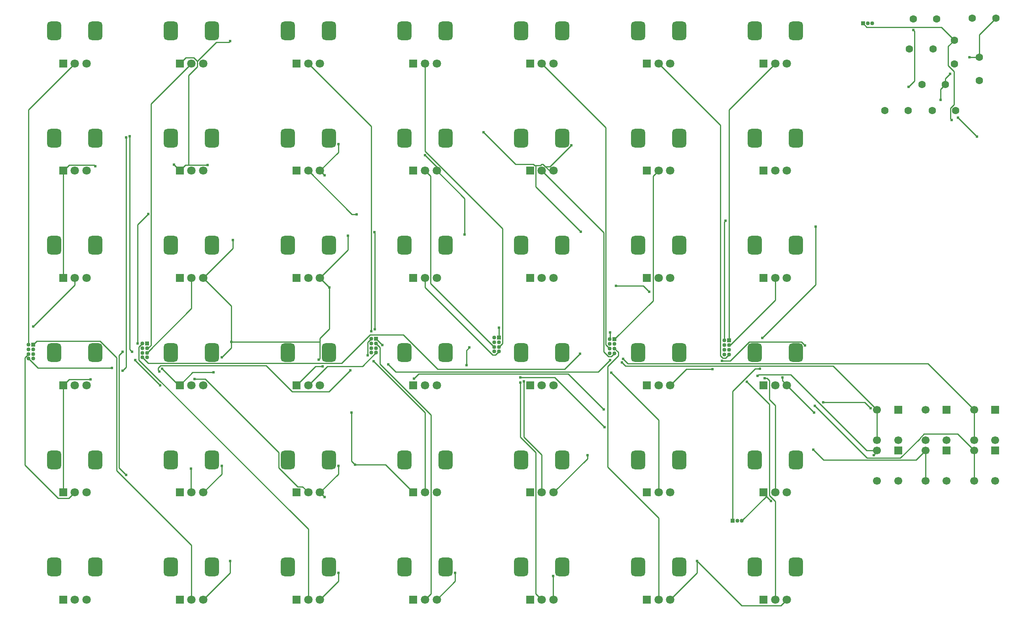
<source format=gbl>
G04 Layer: BottomLayer*
G04 EasyEDA Pro v2.2.35.2, 2025-01-29 23:55:29*
G04 Gerber Generator version 0.3*
G04 Scale: 100 percent, Rotated: No, Reflected: No*
G04 Dimensions in millimeters*
G04 Leading zeros omitted, absolute positions, 4 integers and 5 decimals*
%FSLAX45Y45*%
%MOMM*%
%AMRoundRect*1,1,$1,$2,$3*1,1,$1,$4,$5*1,1,$1,0-$2,0-$3*1,1,$1,0-$4,0-$5*20,1,$1,$2,$3,$4,$5,0*20,1,$1,$4,$5,0-$2,0-$3,0*20,1,$1,0-$2,0-$3,0-$4,0-$5,0*20,1,$1,0-$4,0-$5,$2,$3,0*4,1,4,$2,$3,$4,$5,0-$2,0-$3,0-$4,0-$5,$2,$3,0*%
%ADD10R,1.8X1.8*%
%ADD11C,1.8*%
%ADD12RoundRect,1.5X-0.75X-1.25X-0.75X1.25*%
%ADD13R,0.85X0.85*%
%ADD14C,0.85*%
%ADD15C,1.6*%
%ADD16C,1.7*%
%ADD17R,1.7X1.7*%
%ADD18R,0.85X0.85*%
%ADD19C,0.6195*%
%ADD20C,0.61*%
%ADD21C,0.254*%
G75*


G04 Pad Start*
G54D10*
G01X10893000Y-6215700D03*
G54D11*
G01X11143000Y-6215700D03*
G01X11393000Y-6215700D03*
G54D12*
G01X11583000Y-5515700D03*
G01X10703000Y-5515700D03*
G54D10*
G01X15893000Y-8515700D03*
G54D11*
G01X16143000Y-8515700D03*
G01X16393000Y-8515700D03*
G54D12*
G01X16583000Y-7815700D03*
G01X15703000Y-7815700D03*
G54D10*
G01X5893000Y-1615700D03*
G54D11*
G01X6143000Y-1615700D03*
G01X6393000Y-1615700D03*
G54D12*
G01X6583000Y-915700D03*
G01X5703000Y-915700D03*
G54D10*
G01X8393000Y-8515700D03*
G54D11*
G01X8643000Y-8515700D03*
G01X8893000Y-8515700D03*
G54D12*
G01X9083000Y-7815700D03*
G01X8203000Y-7815700D03*
G54D10*
G01X3393000Y-1615700D03*
G54D11*
G01X3643000Y-1615700D03*
G01X3893000Y-1615700D03*
G54D12*
G01X4083000Y-915700D03*
G01X3203000Y-915700D03*
G54D10*
G01X893000Y-1615700D03*
G54D11*
G01X1143000Y-1615700D03*
G01X1393000Y-1615700D03*
G54D12*
G01X1583000Y-915700D03*
G01X703000Y-915700D03*
G54D13*
G01X2692400Y-7620000D03*
G54D14*
G01X2592400Y-7620000D03*
G01X2692400Y-7720000D03*
G01X2592400Y-7720000D03*
G01X2692400Y-7820000D03*
G01X2592400Y-7820000D03*
G01X2692400Y-7920000D03*
G01X2592400Y-7920000D03*
G54D10*
G01X8393000Y-6215700D03*
G54D11*
G01X8643000Y-6215700D03*
G01X8893000Y-6215700D03*
G54D12*
G01X9083000Y-5515700D03*
G01X8203000Y-5515700D03*
G54D10*
G01X13393000Y-13115700D03*
G54D11*
G01X13643000Y-13115700D03*
G01X13893000Y-13115700D03*
G54D12*
G01X14083000Y-12415700D03*
G01X13203000Y-12415700D03*
G54D10*
G01X13393000Y-10815700D03*
G54D11*
G01X13643000Y-10815700D03*
G01X13893000Y-10815700D03*
G54D12*
G01X14083000Y-10115700D03*
G01X13203000Y-10115700D03*
G54D10*
G01X893000Y-13115700D03*
G54D11*
G01X1143000Y-13115700D03*
G01X1393000Y-13115700D03*
G54D12*
G01X1583000Y-12415700D03*
G01X703000Y-12415700D03*
G54D15*
G01X19507200Y-2628900D03*
G01X20007200Y-2628900D03*
G54D10*
G01X893000Y-6215700D03*
G54D11*
G01X1143000Y-6215700D03*
G01X1393000Y-6215700D03*
G54D12*
G01X1583000Y-5515700D03*
G01X703000Y-5515700D03*
G54D15*
G01X19977100Y-1625600D03*
G01X19977100Y-1117600D03*
G54D10*
G01X3393000Y-10815700D03*
G54D11*
G01X3643000Y-10815700D03*
G01X3893000Y-10815700D03*
G54D12*
G01X4083000Y-10115700D03*
G01X3203000Y-10115700D03*
G54D10*
G01X13393000Y-1615700D03*
G54D11*
G01X13643000Y-1615700D03*
G01X13893000Y-1615700D03*
G54D12*
G01X14083000Y-915700D03*
G01X13203000Y-915700D03*
G54D16*
G01X20850500Y-10568600D03*
G54D17*
G01X20850500Y-9918600D03*
G54D16*
G01X20400500Y-9918600D03*
G01X20400500Y-10568600D03*
G54D13*
G01X10223500Y-7493000D03*
G54D14*
G01X10123500Y-7493000D03*
G01X10223500Y-7593000D03*
G01X10123500Y-7593000D03*
G01X10223500Y-7693000D03*
G01X10123500Y-7693000D03*
G01X10223500Y-7793000D03*
G01X10123500Y-7793000D03*
G54D10*
G01X5893000Y-8515700D03*
G54D11*
G01X6143000Y-8515700D03*
G01X6393000Y-8515700D03*
G54D12*
G01X6583000Y-7815700D03*
G01X5703000Y-7815700D03*
G54D10*
G01X893000Y-3915700D03*
G54D11*
G01X1143000Y-3915700D03*
G01X1393000Y-3915700D03*
G54D12*
G01X1583000Y-3215700D03*
G01X703000Y-3215700D03*
G54D15*
G01X19011900Y-1308100D03*
G01X19519900Y-1308100D03*
G54D10*
G01X13393000Y-6215700D03*
G54D11*
G01X13643000Y-6215700D03*
G01X13893000Y-6215700D03*
G54D12*
G01X14083000Y-5515700D03*
G01X13203000Y-5515700D03*
G54D10*
G01X15893000Y-1615700D03*
G54D11*
G01X16143000Y-1615700D03*
G01X16393000Y-1615700D03*
G54D12*
G01X16583000Y-915700D03*
G01X15703000Y-915700D03*
G54D10*
G01X10893000Y-13115700D03*
G54D11*
G01X11143000Y-13115700D03*
G01X11393000Y-13115700D03*
G54D12*
G01X11583000Y-12415700D03*
G01X10703000Y-12415700D03*
G54D10*
G01X8393000Y-13115700D03*
G54D11*
G01X8643000Y-13115700D03*
G01X8893000Y-13115700D03*
G54D12*
G01X9083000Y-12415700D03*
G01X8203000Y-12415700D03*
G54D10*
G01X8393000Y-1615700D03*
G54D11*
G01X8643000Y-1615700D03*
G01X8893000Y-1615700D03*
G54D12*
G01X9083000Y-915700D03*
G01X8203000Y-915700D03*
G54D16*
G01X19812000Y-10568600D03*
G54D17*
G01X19812000Y-9918600D03*
G54D16*
G01X19362000Y-9918600D03*
G01X19362000Y-10568600D03*
G54D13*
G01X7594600Y-7518400D03*
G54D14*
G01X7494600Y-7518400D03*
G01X7594600Y-7618400D03*
G01X7494600Y-7618400D03*
G01X7594600Y-7718400D03*
G01X7494600Y-7718400D03*
G01X7594600Y-7818400D03*
G01X7494600Y-7818400D03*
G54D10*
G01X13393000Y-8515700D03*
G54D11*
G01X13643000Y-8515700D03*
G01X13893000Y-8515700D03*
G54D12*
G01X14083000Y-7815700D03*
G01X13203000Y-7815700D03*
G54D10*
G01X893000Y-10815700D03*
G54D11*
G01X1143000Y-10815700D03*
G01X1393000Y-10815700D03*
G54D12*
G01X1583000Y-10115700D03*
G01X703000Y-10115700D03*
G54D13*
G01X15151100Y-7556500D03*
G54D14*
G01X15051100Y-7556500D03*
G01X15151100Y-7656500D03*
G01X15051100Y-7656500D03*
G01X15151100Y-7756500D03*
G01X15051100Y-7756500D03*
G01X15151100Y-7856500D03*
G01X15051100Y-7856500D03*
G54D10*
G01X5893000Y-6215700D03*
G54D11*
G01X6143000Y-6215700D03*
G01X6393000Y-6215700D03*
G54D12*
G01X6583000Y-5515700D03*
G01X5703000Y-5515700D03*
G54D10*
G01X3393000Y-6215700D03*
G54D11*
G01X3643000Y-6215700D03*
G01X3893000Y-6215700D03*
G54D12*
G01X4083000Y-5515700D03*
G01X3203000Y-5515700D03*
G54D18*
G01X15228000Y-11424700D03*
G54D14*
G01X15328000Y-11424700D03*
G01X15428000Y-11424700D03*
G54D10*
G01X15893000Y-3915700D03*
G54D11*
G01X16143000Y-3915700D03*
G01X16393000Y-3915700D03*
G54D12*
G01X16583000Y-3215700D03*
G01X15703000Y-3215700D03*
G54D10*
G01X10893000Y-1615700D03*
G54D11*
G01X11143000Y-1615700D03*
G01X11393000Y-1615700D03*
G54D12*
G01X11583000Y-915700D03*
G01X10703000Y-915700D03*
G54D16*
G01X18773500Y-10568600D03*
G54D17*
G01X18773500Y-9918600D03*
G54D16*
G01X18323500Y-9918600D03*
G01X18323500Y-10568600D03*
G01X20850500Y-9692400D03*
G54D17*
G01X20850500Y-9042400D03*
G54D16*
G01X20400500Y-9042400D03*
G01X20400500Y-9692400D03*
G54D10*
G01X15893000Y-13115700D03*
G54D11*
G01X16143000Y-13115700D03*
G01X16393000Y-13115700D03*
G54D12*
G01X16583000Y-12415700D03*
G01X15703000Y-12415700D03*
G54D10*
G01X15893000Y-6215700D03*
G54D11*
G01X16143000Y-6215700D03*
G01X16393000Y-6215700D03*
G54D12*
G01X16583000Y-5515700D03*
G01X15703000Y-5515700D03*
G54D10*
G01X3393000Y-3915700D03*
G54D11*
G01X3643000Y-3915700D03*
G01X3893000Y-3915700D03*
G54D12*
G01X4083000Y-3215700D03*
G01X3203000Y-3215700D03*
G54D10*
G01X3393000Y-13115700D03*
G54D11*
G01X3643000Y-13115700D03*
G01X3893000Y-13115700D03*
G54D12*
G01X4083000Y-12415700D03*
G01X3203000Y-12415700D03*
G54D16*
G01X19812000Y-9692400D03*
G54D17*
G01X19812000Y-9042400D03*
G54D16*
G01X19362000Y-9042400D03*
G01X19362000Y-9692400D03*
G54D10*
G01X15893000Y-10815700D03*
G54D11*
G01X16143000Y-10815700D03*
G01X16393000Y-10815700D03*
G54D12*
G01X16583000Y-10115700D03*
G01X15703000Y-10115700D03*
G54D15*
G01X20358100Y-647700D03*
G01X20866100Y-647700D03*
G54D13*
G01X254000Y-7645400D03*
G54D14*
G01X154000Y-7645400D03*
G01X254000Y-7745400D03*
G01X154000Y-7745400D03*
G01X254000Y-7845400D03*
G01X154000Y-7845400D03*
G01X254000Y-7945400D03*
G01X154000Y-7945400D03*
G54D10*
G01X10893000Y-3915700D03*
G54D11*
G01X11143000Y-3915700D03*
G01X11393000Y-3915700D03*
G54D12*
G01X11583000Y-3215700D03*
G01X10703000Y-3215700D03*
G54D15*
G01X19789200Y-2067400D03*
G01X19289200Y-2067400D03*
G01X19100800Y-660400D03*
G01X19600800Y-660400D03*
G01X18491200Y-2628900D03*
G01X18991200Y-2628900D03*
G54D10*
G01X5893000Y-3915700D03*
G54D11*
G01X6143000Y-3915700D03*
G01X6393000Y-3915700D03*
G54D12*
G01X6583000Y-3215700D03*
G01X5703000Y-3215700D03*
G54D10*
G01X10893000Y-8515700D03*
G54D11*
G01X11143000Y-8515700D03*
G01X11393000Y-8515700D03*
G54D12*
G01X11583000Y-7815700D03*
G01X10703000Y-7815700D03*
G54D18*
G01X18022000Y-756700D03*
G54D14*
G01X18122000Y-756700D03*
G01X18222000Y-756700D03*
G54D10*
G01X5893000Y-13115700D03*
G54D11*
G01X6143000Y-13115700D03*
G01X6393000Y-13115700D03*
G54D12*
G01X6583000Y-12415700D03*
G01X5703000Y-12415700D03*
G54D10*
G01X3393000Y-8515700D03*
G54D11*
G01X3643000Y-8515700D03*
G01X3893000Y-8515700D03*
G54D12*
G01X4083000Y-7815700D03*
G01X3203000Y-7815700D03*
G54D10*
G01X8393000Y-10815700D03*
G54D11*
G01X8643000Y-10815700D03*
G01X8893000Y-10815700D03*
G54D12*
G01X9083000Y-10115700D03*
G01X8203000Y-10115700D03*
G54D16*
G01X18773500Y-9692400D03*
G54D17*
G01X18773500Y-9042400D03*
G54D16*
G01X18323500Y-9042400D03*
G01X18323500Y-9692400D03*
G54D10*
G01X10893000Y-10815700D03*
G54D11*
G01X11143000Y-10815700D03*
G01X11393000Y-10815700D03*
G54D12*
G01X11583000Y-10115700D03*
G01X10703000Y-10115700D03*
G54D10*
G01X8393000Y-3915700D03*
G54D11*
G01X8643000Y-3915700D03*
G01X8893000Y-3915700D03*
G54D12*
G01X9083000Y-3215700D03*
G01X8203000Y-3215700D03*
G54D13*
G01X12700000Y-7531100D03*
G54D14*
G01X12600000Y-7531100D03*
G01X12700000Y-7631100D03*
G01X12600000Y-7631100D03*
G01X12700000Y-7731100D03*
G01X12600000Y-7731100D03*
G01X12700000Y-7831100D03*
G01X12600000Y-7831100D03*
G54D15*
G01X20510500Y-1981200D03*
G01X20510500Y-1481200D03*
G54D10*
G01X893000Y-8515700D03*
G54D11*
G01X1143000Y-8515700D03*
G01X1393000Y-8515700D03*
G54D12*
G01X1583000Y-7815700D03*
G01X703000Y-7815700D03*
G54D10*
G01X13393000Y-3915700D03*
G54D11*
G01X13643000Y-3915700D03*
G01X13893000Y-3915700D03*
G54D12*
G01X14083000Y-3215700D03*
G01X13203000Y-3215700D03*
G54D10*
G01X5893000Y-10815700D03*
G54D11*
G01X6143000Y-10815700D03*
G01X6393000Y-10815700D03*
G54D12*
G01X6583000Y-10115700D03*
G01X5703000Y-10115700D03*
G04 Pad End*

G04 Via Start*
G54D20*
G01X18999200Y-2120900D03*
G01X19100800Y-901700D03*
G01X17007500Y-5118100D03*
G01X15864500Y-7505700D03*
G01X15813700Y-8166100D03*
G01X3984300Y-3792900D03*
G01X3266000Y-3788700D03*
G01X1585900Y-3818300D03*
G01X6453000Y-8109300D03*
G01X4111300Y-8240500D03*
G01X3012000Y-8160100D03*
G01X1484300Y-8392900D03*
G01X7072200Y-9099900D03*
G01X7148400Y-10217500D03*
G01X16052500Y-11000600D03*
G01X4471100Y-1133100D03*
G01X20058000Y-2781300D03*
G01X20464400Y-3187700D03*
G01X254000Y-7257100D03*
G01X12882100Y-7950200D03*
G01X12602700Y-7975600D03*
G01X7857700Y-8072400D03*
G01X7044900Y-8199400D03*
G01X2955500Y-8224800D03*
G01X1939500Y-8148600D03*
G01X3708400Y-8382000D03*
G01X2490800Y-7618400D03*
G01X2719400Y-4839300D03*
G01X2440000Y-7972400D03*
G01X2973400Y-8515700D03*
G01X3632200Y-10307600D03*
G01X11965000Y-7843800D03*
G01X16994200Y-8961400D03*
G01X7728600Y-7652100D03*
G01X7418400Y-7874000D03*
G01X7545400Y-8001000D03*
G01X7489200Y-7356100D03*
G01X7569200Y-7312000D03*
G01X7558100Y-5229200D03*
G01X7177100Y-4848200D03*
G01X8409000Y-8377200D03*
G01X12473000Y-9037600D03*
G01X17172000Y-8885200D03*
G01X18188000Y-9012200D03*
G01X10228600Y-7282500D03*
G01X10756900Y-8431200D03*
G01X10682300Y-8456600D03*
G01X10682300Y-8351800D03*
G01X12485700Y-9418600D03*
G01X16956100Y-9901200D03*
G01X12601600Y-7384100D03*
G01X12627000Y-8250300D03*
G01X12862500Y-8026400D03*
G01X15076500Y-4991100D03*
G01X15913100Y-8366100D03*
G01X15533700Y-8442300D03*
G01X15762300Y-8313700D03*
G01X18251500Y-10015500D03*
G01X6789100Y-3341300D03*
G01X6494600Y-4017300D03*
G01X6992300Y-5311100D03*
G01X6596200Y-6418900D03*
G01X6367600Y-7968300D03*
G01X6789100Y-10241300D03*
G01X6494600Y-10917300D03*
G01X6789100Y-12541300D03*
G01X4493900Y-7587300D03*
G01X4290700Y-7917500D03*
G01X4528000Y-5402900D03*
G01X4289100Y-10241300D03*
G01X4466900Y-12287300D03*
G01X9528000Y-8083900D03*
G01X9593900Y-7702900D03*
G01X9289100Y-12541300D03*
G01X9492300Y-5285700D03*
G01X8639000Y-3585500D03*
G01X9898700Y-3087300D03*
G01X11778300Y-3366700D03*
G01X11981500Y-5220900D03*
G01X12119300Y-10012700D03*
G01X11386500Y-12608800D03*
G01X12728900Y-6383200D03*
G01X13440100Y-6510200D03*
G01X14797100Y-8169900D03*
G01X16295700Y-8347700D03*
G01X16977200Y-9099900D03*
G01X14466900Y-12287300D03*
G01X19685000Y-2400300D03*
G01X19890800Y-1838800D03*
G01X20299300Y-1481200D03*
G01X14997500Y-7992100D03*
G01X16775500Y-7661900D03*
G01X2319700Y-3174900D03*
G01X2370500Y-7797700D03*
G01X2167300Y-8203700D03*
G01X2243500Y-3199900D03*
G01X2167300Y-7800300D03*
G01X2243500Y-10441900D03*
G01X19923500Y-2832100D03*
G04 Via End*

G04 Track Start*
G54D21*
G01X18999200Y-2120900D02*
G01X19126200Y-1993900D01*
G01X19126200Y-927100D01*
G01X19100800Y-901700D01*
G01X17007500Y-5118100D02*
G01X17007500Y-6362700D01*
G01X15864500Y-7505700D01*
G01X15813700Y-8166100D02*
G01X15712100Y-8166100D01*
G01X15229500Y-8648700D01*
G01X15229500Y-11423200D01*
G01X15228000Y-11424700D01*
G01X3515800Y-3792900D02*
G01X3393000Y-3915700D01*
G01X3266000Y-3788700D01*
G01X1585900Y-3818300D02*
G01X1560500Y-3792900D01*
G01X1027100Y-3792900D01*
G01X900100Y-3919900D01*
G01X893000Y-3915700D01*
G01X900100Y-3919900D02*
G01X900100Y-6208600D01*
G01X893000Y-6215700D01*
G01X6453000Y-8109300D02*
G01X6299400Y-8109300D01*
G01X5893000Y-8515700D01*
G01X4111300Y-8240500D02*
G01X3668200Y-8240500D01*
G01X3393000Y-8515700D01*
G01X3367600Y-8515700D01*
G01X3012000Y-8160100D01*
G01X1484300Y-8392900D02*
G01X1027100Y-8392900D01*
G01X900100Y-8519900D01*
G01X893000Y-8515700D01*
G01X7072200Y-9099900D02*
G01X7072200Y-10141300D01*
G01X7148400Y-10217500D01*
G01X7794800Y-10217500D01*
G01X8393000Y-10815700D01*
G01X900100Y-8519900D02*
G01X900100Y-10808600D01*
G01X893000Y-10815700D01*
G01X15893000Y-10841100D02*
G01X15893000Y-10815700D01*
G01X15950900Y-10899000D02*
G01X15950900Y-10901800D01*
G01X15428000Y-11424700D01*
G01X3577900Y-3792900D02*
G01X3577900Y-1873600D01*
G01X3766800Y-1684700D01*
G01X3766800Y-1564900D01*
G01X3690600Y-1488700D01*
G01X3520000Y-1488700D01*
G01X3393000Y-1615700D01*
G01X3766800Y-1564900D02*
G01X4173200Y-1158500D01*
G01X4445700Y-1158500D01*
G01X4471100Y-1133100D01*
G01X20058000Y-2781300D02*
G01X20464400Y-3187700D01*
G01X3643000Y-13115700D02*
G01X3643000Y-11947300D01*
G01X2042800Y-10347100D01*
G01X2042800Y-7924800D01*
G01X1687200Y-7569200D01*
G01X330200Y-7569200D01*
G01X254000Y-7645400D01*
G01X1143000Y-1615700D02*
G01X154000Y-2604700D01*
G01X154000Y-7645400D01*
G01X1143000Y-6215700D02*
G01X1143000Y-6368100D01*
G01X254000Y-7257100D01*
G01X1143000Y-10815700D02*
G01X1016000Y-10942700D01*
G01X787400Y-10942700D01*
G01X76200Y-10231500D01*
G01X76200Y-7923200D01*
G01X154000Y-7845400D01*
G01X20400500Y-9042400D02*
G01X20400500Y-9692400D01*
G01X20400500Y-9042400D02*
G01X19409900Y-8051800D01*
G01X12983700Y-8051800D01*
G01X12882100Y-7950200D01*
G01X12602700Y-7975600D02*
G01X12348700Y-8229600D01*
G01X8014900Y-8229600D01*
G01X7857700Y-8072400D01*
G01X7044900Y-8199400D02*
G01X6587700Y-8656600D01*
G01X5800300Y-8656600D01*
G01X5241500Y-8097800D01*
G01X2980900Y-8097800D01*
G01X2930100Y-8148600D01*
G01X2930100Y-8199400D01*
G01X2955500Y-8224800D01*
G01X1939500Y-8148600D02*
G01X357200Y-8148600D01*
G01X154000Y-7945400D01*
G01X3708400Y-8382000D02*
G01X3937000Y-8382000D01*
G01X5511800Y-9956800D01*
G01X5511800Y-10287000D01*
G01X5918200Y-10693400D01*
G01X6020700Y-10693400D01*
G01X6143000Y-10815700D01*
G01X2592400Y-7620000D02*
G01X2516200Y-7696200D01*
G01X2516200Y-7975600D01*
G01X6143000Y-11602400D01*
G01X6143000Y-13115700D01*
G01X3643000Y-1615700D02*
G01X2779400Y-2479300D01*
G01X2779400Y-7658400D01*
G01X2717800Y-7720000D01*
G01X2692400Y-7720000D01*
G01X2490800Y-7618400D02*
G01X2490800Y-5067900D01*
G01X2719400Y-4839300D01*
G01X2692400Y-7820000D02*
G01X3643000Y-6869400D01*
G01X3643000Y-6215700D01*
G01X2440000Y-7972400D02*
G01X2440000Y-7982300D01*
G01X2973400Y-8515700D01*
G01X3632200Y-10307600D02*
G01X3632200Y-10804900D01*
G01X3643000Y-10815700D01*
G01X2592400Y-7920000D02*
G01X2719400Y-8047000D01*
G01X6859600Y-8047000D01*
G01X7469200Y-7437400D01*
G01X8180400Y-7437400D01*
G01X8917000Y-8174000D01*
G01X11634800Y-8174000D01*
G01X11965000Y-7843800D01*
G01X16994200Y-8961400D02*
G01X18111800Y-10079000D01*
G01X18823000Y-10079000D01*
G01X19244808Y-9657192D01*
G01X19244808Y-9649192D01*
G01X19331000Y-9563000D01*
G01X20044900Y-9563000D01*
G01X20400500Y-9918600D01*
G01X20400500Y-10568600D01*
G01X7728600Y-7652100D02*
G01X7594600Y-7518400D01*
G01X7494600Y-7518400D02*
G01X7418400Y-7594600D01*
G01X7418400Y-7874000D01*
G01X7545400Y-8001000D02*
G01X8643000Y-9098600D01*
G01X8643000Y-10815700D01*
G01X8643000Y-13115700D02*
G01X8770000Y-12988700D01*
G01X8770000Y-9153300D01*
G01X7677800Y-8061100D01*
G01X7677800Y-7701600D01*
G01X7594600Y-7618400D01*
G01X6143000Y-1615700D02*
G01X7489200Y-2961900D01*
G01X7489200Y-7356100D01*
G01X7569200Y-7312000D02*
G01X7569200Y-5240300D01*
G01X7558100Y-5229200D01*
G01X7177100Y-4848200D02*
G01X7075500Y-4848200D01*
G01X6143000Y-3915700D01*
G01X6143000Y-8515700D02*
G01X6549400Y-8109300D01*
G01X7303700Y-8109300D01*
G01X7594600Y-7818400D01*
G01X8409000Y-8377200D02*
G01X8510600Y-8275600D01*
G01X11711000Y-8275600D01*
G01X12473000Y-9037600D01*
G01X17172000Y-8885200D02*
G01X18061000Y-8885200D01*
G01X18188000Y-9012200D01*
G01X10228600Y-7282500D02*
G01X10228600Y-7487900D01*
G01X10223500Y-7493000D01*
G01X10756900Y-8431200D02*
G01X10756900Y-9625000D01*
G01X11137900Y-10006000D01*
G01X11137900Y-10810600D01*
G01X11143000Y-10815700D01*
G01X10682300Y-8456600D02*
G01X10682300Y-9625000D01*
G01X11012500Y-9955200D01*
G01X11012500Y-12985200D01*
G01X11143000Y-13115700D01*
G01X10223500Y-7693000D02*
G01X10299700Y-7616800D01*
G01X10299700Y-5153000D01*
G01X8643000Y-3496300D01*
G01X8643000Y-1615700D01*
G01X10123500Y-7693000D02*
G01X8761892Y-6331392D01*
G01X8761892Y-4034592D01*
G01X8643000Y-3915700D01*
G01X8643000Y-6215700D02*
G01X8643000Y-6415700D01*
G01X10094000Y-7866700D01*
G01X10149800Y-7866700D01*
G01X10223500Y-7793000D01*
G01X10682300Y-8351800D02*
G01X11418900Y-8351800D01*
G01X12485700Y-9418600D01*
G01X16956100Y-9901200D02*
G01X17176700Y-10121800D01*
G01X19158800Y-10121800D01*
G01X19362000Y-9918600D01*
G01X19362000Y-10568600D01*
G01X12700000Y-7531100D02*
G01X13524700Y-6706400D01*
G01X13524700Y-4034000D01*
G01X13643000Y-3915700D01*
G01X12601600Y-7384100D02*
G01X12601600Y-7529500D01*
G01X12600000Y-7531100D01*
G01X13643000Y-10815700D02*
G01X13643000Y-9266300D01*
G01X12627000Y-8250300D01*
G01X13643000Y-13115700D02*
G01X13643000Y-11363100D01*
G01X12550800Y-10270900D01*
G01X12550800Y-8111900D01*
G01X12779400Y-7883300D01*
G01X12779400Y-7810500D01*
G01X12700000Y-7731100D01*
G01X11143000Y-1615700D02*
G01X12514600Y-2987300D01*
G01X12514600Y-7645700D01*
G01X12600000Y-7731100D01*
G01X11143000Y-3915700D02*
G01X12467600Y-5240300D01*
G01X12467600Y-7801900D01*
G01X12569200Y-7903500D01*
G01X12627600Y-7903500D01*
G01X12700000Y-7831100D01*
G01X18323500Y-9042400D02*
G01X18323500Y-9692400D01*
G01X18323500Y-9042400D02*
G01X17383700Y-8102600D01*
G01X12938700Y-8102600D01*
G01X12862500Y-8026400D01*
G01X16143000Y-1615700D02*
G01X15151100Y-2607600D01*
G01X15151100Y-7556500D01*
G01X15051100Y-7556500D02*
G01X15051100Y-5016500D01*
G01X15076500Y-4991100D01*
G01X15151100Y-7656500D02*
G01X15176500Y-7656500D01*
G01X16141700Y-6691300D01*
G01X16141700Y-6217000D01*
G01X16143000Y-6215700D01*
G01X15913100Y-8366100D02*
G01X15963900Y-8366100D01*
G01X16014700Y-8416900D01*
G01X16014700Y-8823300D01*
G01X16141700Y-8950300D01*
G01X16141700Y-10814400D01*
G01X16143000Y-10815700D01*
G01X15533700Y-8442300D02*
G01X16016300Y-8924900D01*
G01X16016300Y-10880700D01*
G01X16143000Y-11007400D01*
G01X16143000Y-13115700D01*
G01X13643000Y-1615700D02*
G01X14963800Y-2936500D01*
G01X14963800Y-7881900D01*
G01X15014600Y-7932700D01*
G01X15074900Y-7932700D01*
G01X15151100Y-7856500D01*
G01X15762300Y-8313700D02*
G01X15787700Y-8288300D01*
G01X16473500Y-8288300D01*
G01X18099100Y-9913900D01*
G01X18318800Y-9913900D02*
G01X18323500Y-9918600D01*
G01X18276900Y-9913900D02*
G01X18276900Y-9990100D01*
G01X18251500Y-10015500D01*
G01X6789100Y-3341300D02*
G01X6789100Y-3519600D01*
G01X6393000Y-3915700D01*
G01X6494600Y-4017300D01*
G01X6992300Y-5311100D02*
G01X6992300Y-5616400D01*
G01X6393000Y-6215700D01*
G01X6596200Y-6418900D01*
G01X6596200Y-7307900D01*
G01X6393000Y-7511100D01*
G01X6393000Y-7942900D02*
G01X6367600Y-7968300D01*
G01X6789100Y-10241300D02*
G01X6789100Y-10419600D01*
G01X6393000Y-10815700D01*
G01X6494600Y-10917300D01*
G01X6789100Y-12541300D02*
G01X6789100Y-12719600D01*
G01X6393000Y-13115700D01*
G01X6393000Y-7587300D02*
G01X4493900Y-7587300D01*
G01X4493900Y-7714300D01*
G01X4290700Y-7917500D01*
G01X4493900Y-7587300D02*
G01X4493900Y-6816600D01*
G01X3893000Y-6215700D01*
G01X4528000Y-5580700D01*
G01X4528000Y-5402900D01*
G01X4289100Y-10241300D02*
G01X4289100Y-10419600D01*
G01X3893000Y-10815700D01*
G01X4466900Y-12287300D02*
G01X4466900Y-12541800D01*
G01X3893000Y-13115700D01*
G01X9528000Y-8083900D02*
G01X9528000Y-7768800D01*
G01X9593900Y-7702900D01*
G01X9289100Y-12541300D02*
G01X9289100Y-12719600D01*
G01X8893000Y-13115700D01*
G01X9492300Y-5285700D02*
G01X9492300Y-4515000D01*
G01X8893000Y-3915700D01*
G01X8893000Y-3839500D01*
G01X8639000Y-3585500D01*
G01X9898700Y-3087300D02*
G01X10584500Y-3773100D01*
G01X10965500Y-3773100D01*
G01X10990900Y-3798500D01*
G01X11117900Y-3798500D02*
G01X11143300Y-3773100D01*
G01X11168700Y-3773100D01*
G01X11311300Y-3915700D02*
G01X11393000Y-3915700D01*
G01X11219500Y-3823900D02*
G01X11321100Y-3823900D01*
G01X11778300Y-3366700D01*
G01X11016300Y-3798500D02*
G01X11016300Y-4255700D01*
G01X11981500Y-5220900D01*
G01X12119300Y-10012700D02*
G01X12119300Y-10089400D01*
G01X11393000Y-10815700D01*
G01X11386500Y-12608800D02*
G01X11386500Y-13109200D01*
G01X11393000Y-13115700D01*
G01X12728900Y-6383200D02*
G01X13313100Y-6383200D01*
G01X13440100Y-6510200D01*
G01X14797100Y-8169900D02*
G01X14238800Y-8169900D01*
G01X13893000Y-8515700D01*
G01X16295700Y-8347700D02*
G01X16295700Y-8418400D01*
G01X16393000Y-8515700D01*
G01X16977200Y-9099900D01*
G01X14466900Y-12287300D02*
G01X14466900Y-12541800D01*
G01X13893000Y-13115700D01*
G01X14466900Y-12287300D02*
G01X15422300Y-13242700D01*
G01X16266000Y-13242700D01*
G01X16393000Y-13115700D01*
G01X19685000Y-2400300D02*
G01X19685000Y-2171600D01*
G01X19789200Y-2067400D01*
G01X19789200Y-1940400D01*
G01X19890800Y-1838800D01*
G01X20299300Y-1481200D02*
G01X20510500Y-1481200D01*
G01X20510500Y-1003300D01*
G01X20866100Y-647700D01*
G01X14997500Y-7992100D02*
G01X15175300Y-7992100D01*
G01X15581700Y-7585700D01*
G01X16699300Y-7585700D01*
G01X16775500Y-7661900D01*
G01X2319700Y-3174900D02*
G01X2319700Y-7746900D01*
G01X2370500Y-7797700D01*
G01X2167300Y-8203700D02*
G01X2243500Y-8127500D01*
G01X2243500Y-3199900D01*
G01X2167300Y-7800300D02*
G01X2091100Y-7876500D01*
G01X2091100Y-10289500D01*
G01X2243500Y-10441900D01*
G01X19923500Y-2832100D02*
G01X19898100Y-2806700D01*
G01X19898100Y-2578100D01*
G01X19974300Y-2501900D01*
G01X19974300Y-1790700D01*
G01X19847300Y-1663700D01*
G01X19847300Y-1247400D01*
G01X19977100Y-1117600D01*
G01X19697700Y-838200D01*
G01X18103500Y-838200D01*
G01X18022000Y-756700D01*
G01X3984300Y-3792900D02*
G01X3577900Y-3792900D01*
G01X3515800Y-3792900D01*
G01X16052500Y-11000600D02*
G01X15950900Y-10899000D01*
G01X15893000Y-10841100D01*
G01X18099100Y-9913900D02*
G01X18276900Y-9913900D01*
G01X18318800Y-9913900D01*
G01X6393000Y-7511100D02*
G01X6393000Y-7587300D01*
G01X6393000Y-7942900D01*
G01X10990900Y-3798500D02*
G01X11016300Y-3798500D01*
G01X11117900Y-3798500D01*
G01X11168700Y-3773100D02*
G01X11219500Y-3823900D01*
G01X11311300Y-3915700D01*
G04 Track End*

M02*


</source>
